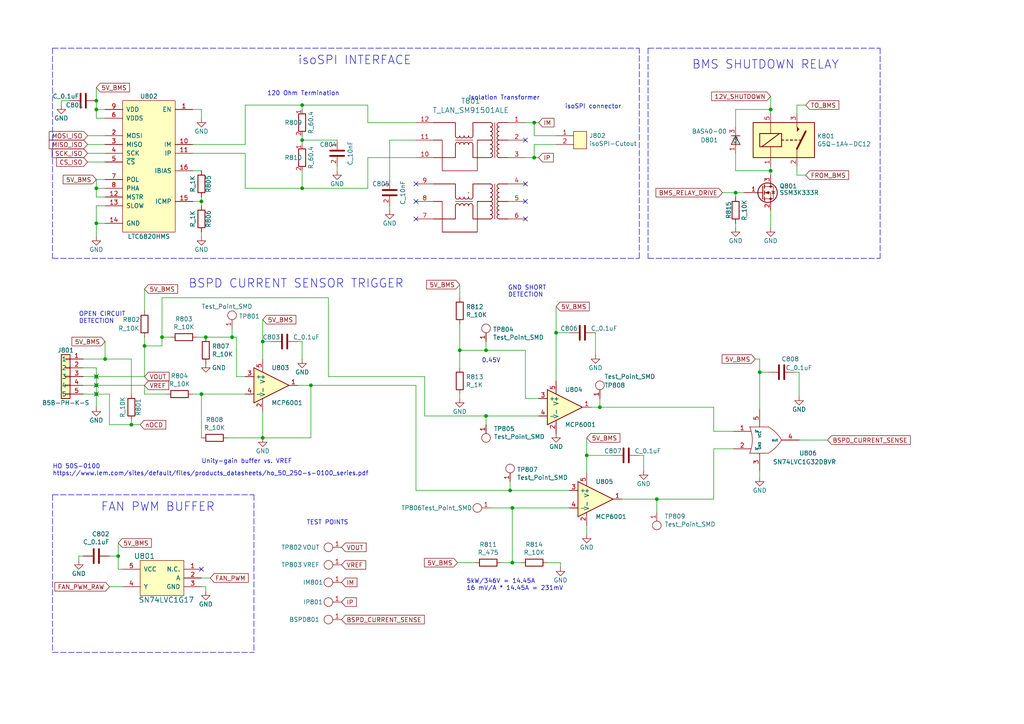
<source format=kicad_sch>
(kicad_sch (version 20211123) (generator eeschema)
  (paper "A4")
  (lib_symbols
    (symbol "formula:B5B-PH-K-S" (pin_names (offset 1.016))
      (property "Reference" "J" (at 0 8.89 0))
      (property "Value" "B5B-PH-K-S" (at 0 -6.35 0))
      (symbol "B5B-PH-K-S_1_1"
        (pin passive line (at -5.08 6.35 0) (length 3.81) (name "1") (number "1"))
        (pin passive line (at -5.08 3.81 0) (length 3.81) (name "2") (number "2"))
        (pin passive line (at -5.08 1.27 0) (length 3.81) (name "3") (number "3"))
        (pin passive line (at -5.08 -1.27 0) (length 3.81) (name "4") (number "4"))
        (pin passive line (at -5.08 -3.81 0) (length 3.81) (name "5") (number "5"))
      )
    )
    (symbol "formula:BAS40-00" (pin_names (offset 1.016))
      (property "Reference" "D" (at 0 2.54 0))
      (property "Value" "BAS40-00" (at 0 -2.54 0))
      (symbol "BAS40-00_1_1"
        (pin passive line (at 3.81 0 180) (length 2.54) (name "A") (number "1"))
        (pin passive line (at -3.81 0 0) (length 2.54) (name "K") (number "3"))
      )
    )
    (symbol "formula:C_0.1uF" (pin_numbers hide) (pin_names (offset 0.254))
      (property "Reference" "C" (at 0.635 2.54 0))
      (property "Value" "C_0.1uF" (at 0.635 -2.54 0))
      (symbol "C_0.1uF_1_1"
        (pin passive line (at 0 3.81 270) (length 2.794) (name "~") (number "1"))
        (pin passive line (at 0 -3.81 90) (length 2.794) (name "~") (number "2"))
      )
    )
    (symbol "formula:C_10nF" (pin_names (offset 1.016))
      (property "Reference" "C" (at -2.54 2.54 0))
      (property "Value" "C_10nF" (at 3.81 0 90))
      (symbol "C_10nF_1_1"
        (pin passive line (at 0 3.81 270) (length 2.794) (name "~") (number "1"))
        (pin passive line (at 0 -3.81 90) (length 2.794) (name "~") (number "2"))
      )
    )
    (symbol "formula:G5Q-1A4-DC12" (pin_names (offset 1.016))
      (property "Reference" "K" (at -1.27 12.7 0))
      (property "Value" "G5Q-1A4-DC12" (at 0 -10.16 0))
      (symbol "G5Q-1A4-DC12_1_1"
        (pin passive line (at -5.08 -7.62 90) (length 2.54) (name "~") (number "1"))
        (pin passive line (at 2.54 -7.62 90) (length 2.54) (name "~") (number "2"))
        (pin passive line (at 2.54 7.62 270) (length 2.54) (name "~") (number "3"))
        (pin passive line (at -5.08 7.62 270) (length 2.54) (name "~") (number "5"))
      )
    )
    (symbol "formula:LTC6820HMS" (pin_names (offset 1.016))
      (property "Reference" "U" (at 0 19.05 0))
      (property "Value" "LTC6820HMS" (at 0 -21.59 0))
      (property "MFN" "DK" (at 2.54 21.59 0))
      (property "MPN" "LTC6820HMS#TRPBFCT-ND" (at 5.08 24.13 0))
      (property "PurchasingLink" "https://www.digikey.com/product-detail/en/linear-technology-analog-devices/LTC6820HMS-TRPBF/LTC6820HMS-TRPBFCT-ND/8275338" (at 7.62 26.67 0))
      (symbol "LTC6820HMS_1_1"
        (pin input line (at 12.7 15.24 180) (length 5.08) (name "EN") (number "1"))
        (pin input line (at 12.7 5.08 180) (length 5.08) (name "IM") (number "10"))
        (pin input line (at 12.7 2.54 180) (length 5.08) (name "IP") (number "11"))
        (pin input line (at -12.7 -10.16 0) (length 5.08) (name "MSTR") (number "12"))
        (pin input line (at -12.7 -12.7 0) (length 5.08) (name "SLOW") (number "13"))
        (pin input line (at -12.7 -17.78 0) (length 5.08) (name "GND") (number "14"))
        (pin input line (at 12.7 -11.43 180) (length 5.08) (name "ICMP") (number "15"))
        (pin input line (at 12.7 -2.54 180) (length 5.08) (name "IBIAS") (number "16"))
        (pin input line (at -12.7 7.62 0) (length 5.08) (name "MOSI") (number "2"))
        (pin input line (at -12.7 5.08 0) (length 5.08) (name "MISO") (number "3"))
        (pin input line (at -12.7 2.54 0) (length 5.08) (name "SCK") (number "4"))
        (pin input line (at -12.7 0 0) (length 5.08) (name "~{CS}") (number "5"))
        (pin input line (at -12.7 12.7 0) (length 5.08) (name "VDDS") (number "6"))
        (pin input line (at -12.7 -5.08 0) (length 5.08) (name "POL") (number "7"))
        (pin input line (at -12.7 -7.62 0) (length 5.08) (name "PHA") (number "8"))
        (pin input line (at -12.7 15.24 0) (length 5.08) (name "VDD") (number "9"))
      )
    )
    (symbol "formula:MCP6001"
      (property "Reference" "U" (at 0 5.08 0))
      (property "Value" "MCP6001" (at 0 -5.08 0))
      (symbol "MCP6001_0_1"
        (pin power_in line (at -2.54 -7.62 90) (length 3.81) (name "V-") (number "2"))
        (pin power_in line (at -2.54 7.62 270) (length 3.81) (name "V+") (number "5"))
      )
      (symbol "MCP6001_1_1"
        (pin output line (at 7.62 0 180) (length 2.54) (name "~") (number "1"))
        (pin input line (at -7.62 2.54 0) (length 2.54) (name "+") (number "3"))
        (pin input line (at -7.62 -2.54 0) (length 2.54) (name "-") (number "4"))
      )
    )
    (symbol "formula:R_10K" (pin_numbers hide) (pin_names (offset 0))
      (property "Reference" "R" (at 2.032 0 90))
      (property "Value" "R_10K" (at -2.54 0 90))
      (symbol "R_10K_1_1"
        (pin passive line (at 0 3.81 270) (length 1.27) (name "~") (number "1"))
        (pin passive line (at 0 -3.81 90) (length 1.27) (name "~") (number "2"))
      )
    )
    (symbol "formula:R_1K" (pin_numbers hide) (pin_names (offset 0))
      (property "Reference" "R" (at 2.032 0 90))
      (property "Value" "R_1K" (at -2.54 0 90))
      (symbol "R_1K_1_1"
        (pin passive line (at 0 3.81 270) (length 1.27) (name "~") (number "1"))
        (pin passive line (at 0 -3.81 90) (length 1.27) (name "~") (number "2"))
      )
    )
    (symbol "formula:R_3.01K" (pin_numbers hide) (pin_names (offset 0))
      (property "Reference" "R" (at 2.032 0 90))
      (property "Value" "R_3.01K" (at -2.54 0 90))
      (symbol "R_3.01K_1_1"
        (pin passive line (at 0 3.81 270) (length 1.27) (name "~") (number "1"))
        (pin passive line (at 0 -3.81 90) (length 1.27) (name "~") (number "2"))
      )
    )
    (symbol "formula:R_475" (pin_numbers hide) (pin_names (offset 0))
      (property "Reference" "R" (at 2.032 0 90))
      (property "Value" "R_475" (at -2.54 0 90))
      (symbol "R_475_1_1"
        (pin passive line (at 0 3.81 270) (length 1.27) (name "~") (number "1"))
        (pin passive line (at 0 -3.81 90) (length 1.27) (name "~") (number "2"))
      )
    )
    (symbol "formula:R_60.4" (pin_names (offset 1.016))
      (property "Reference" "R" (at -2.54 0 0))
      (property "Value" "R_60.4" (at 2.54 0 90))
      (symbol "R_60.4_1_1"
        (pin passive line (at 0 3.81 270) (length 1.27) (name "~") (number "1"))
        (pin passive line (at 0 -3.81 90) (length 1.27) (name "~") (number "2"))
      )
    )
    (symbol "formula:SN74LVC1G17" (pin_names (offset 1.016))
      (property "Reference" "U" (at 10.16 2.54 0))
      (property "Value" "SN74LVC1G17" (at 16.51 -10.16 0))
      (symbol "SN74LVC1G17_1_1"
        (pin output line (at 26.67 -1.27 180) (length 5.08) (name "N.C.") (number "1"))
        (pin output line (at 26.67 -3.81 180) (length 5.08) (name "A") (number "2"))
        (pin output line (at 26.67 -6.35 180) (length 5.08) (name "GND") (number "3"))
        (pin input line (at 3.81 -6.35 0) (length 5.08) (name "Y") (number "4"))
        (pin input line (at 3.81 -1.27 0) (length 5.08) (name "VCC") (number "5"))
      )
    )
    (symbol "formula:SN74LVC1G32DBVR" (pin_names (offset 1.016))
      (property "Reference" "U" (at 0 11.43 0))
      (property "Value" "SN74LVC1G32DBVR" (at 0 16.51 0))
      (symbol "SN74LVC1G32DBVR_1_1"
        (pin bidirectional line (at -7.62 2.54 0) (length 5.08) (name "in") (number "1"))
        (pin bidirectional line (at -7.62 -2.54 0) (length 5.08) (name "in") (number "2"))
        (pin bidirectional line (at 0 -8.89 90) (length 5.08) (name "GND") (number "3"))
        (pin bidirectional line (at 11.43 0 180) (length 5.08) (name "out") (number "4"))
        (pin bidirectional line (at 0 8.89 270) (length 5.08) (name "VCC") (number "5"))
      )
    )
    (symbol "formula:SSM3K333R" (pin_names (offset 0) hide)
      (property "Reference" "Q" (at 5.08 1.905 0))
      (property "Value" "SSM3K333R" (at 5.08 0 0))
      (symbol "SSM3K333R_1_1"
        (pin input line (at -5.08 0 0) (length 5.334) (name "G") (number "1"))
        (pin passive line (at 2.54 -5.08 90) (length 2.54) (name "S") (number "2"))
        (pin passive line (at 2.54 5.08 270) (length 2.54) (name "D") (number "3"))
      )
    )
    (symbol "formula:T_LAN_SM91501ALE" (pin_names (offset 1.016))
      (property "Reference" "T" (at 12.7 26.67 0))
      (property "Value" "T_LAN_SM91501ALE" (at 24.13 -10.16 0))
      (symbol "T_LAN_SM91501ALE_1_1"
        (pin input line (at 6.35 24.13 0) (length 5.08) (name "~") (number "1"))
        (pin input line (at 38.1 13.97 180) (length 5.08) (name "~") (number "10"))
        (pin input line (at 38.1 19.05 180) (length 5.08) (name "~") (number "11"))
        (pin input line (at 38.1 24.13 180) (length 5.08) (name "~") (number "12"))
        (pin input line (at 6.35 19.05 0) (length 5.08) (name "~") (number "2"))
        (pin input line (at 6.35 13.97 0) (length 5.08) (name "~") (number "3"))
        (pin input line (at 6.35 6.35 0) (length 5.08) (name "~") (number "4"))
        (pin input line (at 6.35 1.27 0) (length 5.08) (name "~") (number "5"))
        (pin input line (at 6.35 -3.81 0) (length 5.08) (name "~") (number "6"))
        (pin input line (at 38.1 -3.81 180) (length 5.08) (name "~") (number "7"))
        (pin input line (at 38.1 1.27 180) (length 5.08) (name "~") (number "8"))
        (pin input line (at 38.1 6.35 180) (length 5.08) (name "~") (number "9"))
      )
    )
    (symbol "formula:Test_Point_SMD" (pin_names (offset 1.016))
      (property "Reference" "TP" (at 0 7.62 0))
      (property "Value" "Test_Point_SMD" (at 1.27 5.08 0))
      (symbol "Test_Point_SMD_1_1"
        (pin input line (at 0 -1.27 90) (length 2.54) (name "~") (number "1"))
      )
    )
    (symbol "formula:isoSPI-Cutout" (pin_names (offset 1.016))
      (property "Reference" "J" (at 1.27 5.08 0))
      (property "Value" "isoSPI-Cutout" (at 0 -5.08 0))
      (symbol "isoSPI-Cutout_1_1"
        (pin input line (at -3.81 1.27 0) (length 5.08) (name "~") (number "1"))
        (pin input line (at -3.81 -1.27 0) (length 5.08) (name "~") (number "2"))
      )
    )
    (symbol "power:GND" (power) (pin_names (offset 0))
      (property "Value" "power_GND" (at 0 -3.81 0))
      (symbol "GND_1_1"
        (pin power_in line (at 0 0 270) (length 0) hide (name "GND") (number "1"))
      )
    )
  )
  (junction (at 220.345 107.95))
  (junction (at 87.63 54.61))
  (junction (at 148.59 163.195))
  (junction (at 76.2 99.06))
  (junction (at 34.29 161.29))
  (junction (at 58.42 58.42))
  (junction (at 27.94 114.3))
  (junction (at 46.99 97.79))
  (junction (at 41.91 100.33))
  (junction (at 59.69 97.79))
  (junction (at 154.94 45.72))
  (junction (at 190.5 144.78))
  (junction (at 133.35 101.6))
  (junction (at 140.97 101.6))
  (junction (at 148.59 147.32))
  (junction (at 27.94 64.77))
  (junction (at 170.18 132.08))
  (junction (at 58.42 114.3))
  (junction (at 27.94 31.75))
  (junction (at 161.29 96.52))
  (junction (at 90.17 111.76))
  (junction (at 147.955 142.24))
  (junction (at 27.94 109.22))
  (junction (at 223.52 31.75))
  (junction (at 173.99 118.11))
  (junction (at 38.1 123.19))
  (junction (at 76.2 127))
  (junction (at 140.97 120.65))
  (junction (at 30.48 104.14))
  (junction (at 27.94 111.76))
  (junction (at 27.94 54.61))
  (junction (at 87.63 30.48))
  (junction (at 213.36 55.88))
  (junction (at 223.52 49.53))
  (junction (at 27.94 29.21))
  (junction (at 87.63 40.64))
  (junction (at 154.94 35.56))
  (junction (at 67.31 97.79))
  (no_connect (at 152.4 58.42))
  (no_connect (at 120.65 53.34))
  (no_connect (at 120.65 63.5))
  (no_connect (at 152.4 40.64))
  (no_connect (at 152.4 53.34))
  (no_connect (at 58.42 165.1))
  (no_connect (at 27.94 114.3))
  (no_connect (at 27.94 111.76))
  (no_connect (at 152.4 63.5))
  (no_connect (at 27.94 109.22))
  (no_connect (at 120.65 58.42))
  (wire (pts (xy 97.79 48.26) (xy 97.79 49.53)))
  (wire (pts (xy 113.03 59.69) (xy 113.03 60.96)))
  (wire (pts (xy 87.63 49.53) (xy 87.63 54.61)))
  (wire (pts (xy 140.97 101.6) (xy 152.4 101.6)))
  (wire (pts (xy 76.2 104.14) (xy 76.2 99.06)))
  (wire (pts (xy 24.13 109.22) (xy 27.94 109.22)))
  (wire (pts (xy 78.74 99.06) (xy 76.2 99.06)))
  (wire (pts (xy 38.1 104.14) (xy 30.48 104.14)))
  (wire (pts (xy 58.42 67.31) (xy 58.42 68.58)))
  (wire (pts (xy 231.775 127.635) (xy 240.03 127.635)))
  (wire (pts (xy 95.25 86.36) (xy 95.25 109.22)))
  (wire (pts (xy 27.94 111.76) (xy 41.91 111.76)))
  (wire (pts (xy 30.48 39.37) (xy 25.4 39.37)))
  (wire (pts (xy 223.52 27.94) (xy 223.52 31.75)))
  (wire (pts (xy 133.35 101.6) (xy 133.35 106.68)))
  (wire (pts (xy 123.19 120.65) (xy 140.97 120.65)))
  (wire (pts (xy 24.13 104.14) (xy 30.48 104.14)))
  (wire (pts (xy 38.1 123.19) (xy 40.64 123.19)))
  (wire (pts (xy 30.48 52.07) (xy 27.94 52.07)))
  (wire (pts (xy 41.91 114.3) (xy 41.91 111.76)))
  (wire (pts (xy 27.94 111.76) (xy 27.94 114.3)))
  (wire (pts (xy 38.1 121.92) (xy 38.1 123.19)))
  (wire (pts (xy 67.31 97.79) (xy 68.58 97.79)))
  (wire (pts (xy 231.14 48.26) (xy 231.14 50.8)))
  (wire (pts (xy 27.94 54.61) (xy 27.94 52.07)))
  (wire (pts (xy 87.63 99.06) (xy 87.63 104.14)))
  (wire (pts (xy 173.99 118.11) (xy 207.01 118.11)))
  (wire (pts (xy 27.94 34.29) (xy 27.94 31.75)))
  (wire (pts (xy 148.59 147.32) (xy 148.59 163.195)))
  (wire (pts (xy 71.12 44.45) (xy 55.88 44.45)))
  (wire (pts (xy 41.91 100.33) (xy 46.99 100.33)))
  (wire (pts (xy 186.69 136.525) (xy 186.69 132.08)))
  (wire (pts (xy 156.21 35.56) (xy 154.94 35.56)))
  (wire (pts (xy 59.69 171.45) (xy 59.69 170.18)))
  (wire (pts (xy 46.99 97.79) (xy 46.99 100.33)))
  (wire (pts (xy 213.36 64.77) (xy 213.36 66.04)))
  (wire (pts (xy 120.65 40.64) (xy 113.03 40.64)))
  (wire (pts (xy 133.35 93.98) (xy 133.35 101.6)))
  (wire (pts (xy 27.94 57.15) (xy 27.94 54.61)))
  (wire (pts (xy 154.94 45.72) (xy 154.94 41.91)))
  (wire (pts (xy 76.2 119.38) (xy 76.2 127)))
  (wire (pts (xy 180.34 144.78) (xy 190.5 144.78)))
  (wire (pts (xy 106.68 45.72) (xy 120.65 45.72)))
  (wire (pts (xy 148.59 163.195) (xy 151.13 163.195)))
  (polyline (pts (xy 15.24 189.23) (xy 73.66 189.23)))
  (wire (pts (xy 140.97 99.06) (xy 140.97 101.6)))
  (wire (pts (xy 55.88 114.3) (xy 58.42 114.3)))
  (wire (pts (xy 140.97 120.65) (xy 156.21 120.65)))
  (wire (pts (xy 223.52 48.26) (xy 223.52 49.53)))
  (wire (pts (xy 71.12 54.61) (xy 71.12 44.45)))
  (wire (pts (xy 213.36 55.88) (xy 215.9 55.88)))
  (wire (pts (xy 154.94 35.56) (xy 152.4 35.56)))
  (wire (pts (xy 27.94 31.75) (xy 27.94 29.21)))
  (wire (pts (xy 87.63 39.37) (xy 87.63 40.64)))
  (wire (pts (xy 58.42 58.42) (xy 55.88 58.42)))
  (wire (pts (xy 24.13 106.68) (xy 27.94 106.68)))
  (wire (pts (xy 41.91 100.33) (xy 41.91 109.22)))
  (wire (pts (xy 76.2 127) (xy 90.17 127)))
  (wire (pts (xy 27.94 114.3) (xy 31.75 114.3)))
  (wire (pts (xy 58.42 34.29) (xy 58.42 31.75)))
  (wire (pts (xy 68.58 97.79) (xy 68.58 109.22)))
  (wire (pts (xy 133.35 114.3) (xy 133.35 115.57)))
  (wire (pts (xy 162.56 163.195) (xy 158.75 163.195)))
  (wire (pts (xy 34.29 161.29) (xy 31.75 161.29)))
  (wire (pts (xy 27.94 109.22) (xy 41.91 109.22)))
  (wire (pts (xy 24.13 161.29) (xy 22.86 161.29)))
  (wire (pts (xy 147.955 142.24) (xy 165.1 142.24)))
  (wire (pts (xy 152.4 115.57) (xy 156.21 115.57)))
  (wire (pts (xy 223.52 31.75) (xy 213.36 31.75)))
  (wire (pts (xy 154.94 35.56) (xy 154.94 39.37)))
  (wire (pts (xy 213.36 44.45) (xy 213.36 49.53)))
  (wire (pts (xy 190.5 144.78) (xy 207.01 144.78)))
  (polyline (pts (xy 15.24 13.97) (xy 185.42 13.97)))
  (wire (pts (xy 207.01 125.095) (xy 212.725 125.095)))
  (wire (pts (xy 27.94 114.3) (xy 27.94 118.11)))
  (wire (pts (xy 190.5 144.78) (xy 190.5 148.59)))
  (wire (pts (xy 59.69 97.79) (xy 67.31 97.79)))
  (polyline (pts (xy 187.96 13.97) (xy 255.27 13.97)))
  (polyline (pts (xy 185.42 74.93) (xy 185.42 13.97)))
  (wire (pts (xy 30.48 34.29) (xy 27.94 34.29)))
  (wire (pts (xy 68.58 109.22) (xy 71.12 109.22)))
  (wire (pts (xy 87.63 40.64) (xy 87.63 41.91)))
  (wire (pts (xy 223.52 33.02) (xy 223.52 31.75)))
  (wire (pts (xy 207.01 118.11) (xy 207.01 125.095)))
  (wire (pts (xy 66.04 127) (xy 76.2 127)))
  (wire (pts (xy 31.75 123.19) (xy 38.1 123.19)))
  (wire (pts (xy 71.12 41.91) (xy 71.12 30.48)))
  (wire (pts (xy 132.715 163.195) (xy 137.795 163.195)))
  (wire (pts (xy 171.45 118.11) (xy 173.99 118.11)))
  (wire (pts (xy 46.99 97.79) (xy 46.99 86.36)))
  (wire (pts (xy 58.42 59.69) (xy 58.42 58.42)))
  (wire (pts (xy 41.91 97.79) (xy 41.91 100.33)))
  (wire (pts (xy 58.42 167.64) (xy 60.96 167.64)))
  (wire (pts (xy 27.94 106.68) (xy 27.94 109.22)))
  (wire (pts (xy 46.99 86.36) (xy 95.25 86.36)))
  (wire (pts (xy 165.1 147.32) (xy 148.59 147.32)))
  (wire (pts (xy 148.59 147.32) (xy 142.24 147.32)))
  (polyline (pts (xy 187.96 74.93) (xy 255.27 74.93)))
  (wire (pts (xy 154.94 45.72) (xy 152.4 45.72)))
  (wire (pts (xy 49.53 97.79) (xy 46.99 97.79)))
  (wire (pts (xy 30.48 57.15) (xy 27.94 57.15)))
  (wire (pts (xy 17.78 29.21) (xy 17.78 30.48)))
  (wire (pts (xy 27.94 25.4) (xy 27.94 29.21)))
  (wire (pts (xy 27.94 109.22) (xy 27.94 111.76)))
  (wire (pts (xy 90.17 111.76) (xy 120.65 111.76)))
  (wire (pts (xy 27.94 59.69) (xy 27.94 64.77)))
  (polyline (pts (xy 187.96 13.97) (xy 187.96 74.93)))
  (wire (pts (xy 186.69 132.08) (xy 185.42 132.08)))
  (wire (pts (xy 140.97 120.65) (xy 140.97 123.19)))
  (polyline (pts (xy 15.24 143.51) (xy 15.24 189.23)))
  (wire (pts (xy 162.56 164.465) (xy 162.56 163.195)))
  (wire (pts (xy 106.68 35.56) (xy 120.65 35.56)))
  (polyline (pts (xy 15.24 13.97) (xy 15.24 74.93)))
  (wire (pts (xy 58.42 31.75) (xy 55.88 31.75)))
  (wire (pts (xy 30.48 59.69) (xy 27.94 59.69)))
  (wire (pts (xy 165.1 96.52) (xy 161.29 96.52)))
  (wire (pts (xy 172.72 96.52) (xy 172.72 102.87)))
  (wire (pts (xy 161.29 88.9) (xy 161.29 96.52)))
  (wire (pts (xy 220.345 104.14) (xy 219.075 104.14)))
  (wire (pts (xy 27.94 64.77) (xy 27.94 68.58)))
  (polyline (pts (xy 15.24 143.51) (xy 73.66 143.51)))
  (wire (pts (xy 87.63 40.64) (xy 97.79 40.64)))
  (wire (pts (xy 86.36 99.06) (xy 87.63 99.06)))
  (wire (pts (xy 87.63 54.61) (xy 106.68 54.61)))
  (wire (pts (xy 90.17 127) (xy 90.17 111.76)))
  (wire (pts (xy 95.25 109.22) (xy 123.19 109.22)))
  (wire (pts (xy 58.42 49.53) (xy 55.88 49.53)))
  (wire (pts (xy 123.19 109.22) (xy 123.19 120.65)))
  (wire (pts (xy 67.31 95.25) (xy 67.31 97.79)))
  (wire (pts (xy 34.29 161.29) (xy 34.29 165.1)))
  (wire (pts (xy 120.65 142.24) (xy 147.955 142.24)))
  (wire (pts (xy 133.35 101.6) (xy 140.97 101.6)))
  (wire (pts (xy 161.29 96.52) (xy 161.29 110.49)))
  (wire (pts (xy 170.18 137.16) (xy 170.18 132.08)))
  (wire (pts (xy 106.68 30.48) (xy 87.63 30.48)))
  (wire (pts (xy 120.65 111.76) (xy 120.65 142.24)))
  (wire (pts (xy 30.48 99.06) (xy 30.48 104.14)))
  (wire (pts (xy 220.345 107.95) (xy 222.885 107.95)))
  (wire (pts (xy 207.01 144.78) (xy 207.01 130.175)))
  (wire (pts (xy 170.18 152.4) (xy 170.18 154.94)))
  (wire (pts (xy 113.03 40.64) (xy 113.03 52.07)))
  (wire (pts (xy 152.4 101.6) (xy 152.4 115.57)))
  (wire (pts (xy 147.955 139.7) (xy 147.955 142.24)))
  (wire (pts (xy 87.63 54.61) (xy 71.12 54.61)))
  (wire (pts (xy 31.75 114.3) (xy 31.75 123.19)))
  (wire (pts (xy 20.32 29.21) (xy 17.78 29.21)))
  (wire (pts (xy 213.36 55.88) (xy 213.36 57.15)))
  (wire (pts (xy 106.68 35.56) (xy 106.68 30.48)))
  (wire (pts (xy 59.69 170.18) (xy 58.42 170.18)))
  (wire (pts (xy 30.48 64.77) (xy 27.94 64.77)))
  (wire (pts (xy 220.345 107.95) (xy 220.345 104.14)))
  (wire (pts (xy 220.345 136.525) (xy 220.345 138.43)))
  (wire (pts (xy 30.48 31.75) (xy 27.94 31.75)))
  (wire (pts (xy 34.29 165.1) (xy 35.56 165.1)))
  (wire (pts (xy 71.12 30.48) (xy 87.63 30.48)))
  (wire (pts (xy 76.2 92.71) (xy 76.2 99.06)))
  (wire (pts (xy 30.48 54.61) (xy 27.94 54.61)))
  (wire (pts (xy 41.91 114.3) (xy 48.26 114.3)))
  (wire (pts (xy 58.42 58.42) (xy 58.42 57.15)))
  (polyline (pts (xy 255.27 13.97) (xy 255.27 74.93)))
  (wire (pts (xy 41.91 83.82) (xy 41.91 90.17)))
  (wire (pts (xy 55.88 41.91) (xy 71.12 41.91)))
  (wire (pts (xy 58.42 114.3) (xy 71.12 114.3)))
  (wire (pts (xy 24.13 111.76) (xy 27.94 111.76)))
  (wire (pts (xy 154.94 39.37) (xy 161.29 39.37)))
  (wire (pts (xy 230.505 107.95) (xy 231.775 107.95)))
  (wire (pts (xy 154.94 41.91) (xy 161.29 41.91)))
  (wire (pts (xy 34.29 157.48) (xy 34.29 161.29)))
  (wire (pts (xy 177.8 132.08) (xy 170.18 132.08)))
  (wire (pts (xy 231.14 33.02) (xy 231.14 30.48)))
  (wire (pts (xy 231.775 107.95) (xy 231.775 114.935)))
  (wire (pts (xy 170.18 127) (xy 170.18 132.08)))
  (wire (pts (xy 212.725 130.175) (xy 207.01 130.175)))
  (wire (pts (xy 145.415 163.195) (xy 148.59 163.195)))
  (wire (pts (xy 24.13 114.3) (xy 27.94 114.3)))
  (polyline (pts (xy 15.24 74.93) (xy 185.42 74.93)))
  (wire (pts (xy 223.52 60.96) (xy 223.52 66.04)))
  (wire (pts (xy 31.75 170.18) (xy 35.56 170.18)))
  (wire (pts (xy 30.48 44.45) (xy 25.4 44.45)))
  (wire (pts (xy 87.63 30.48) (xy 87.63 31.75)))
  (wire (pts (xy 30.48 41.91) (xy 25.4 41.91)))
  (wire (pts (xy 156.21 45.72) (xy 154.94 45.72)))
  (wire (pts (xy 133.35 82.55) (xy 133.35 86.36)))
  (wire (pts (xy 223.52 49.53) (xy 223.52 50.8)))
  (wire (pts (xy 22.86 161.29) (xy 22.86 162.56)))
  (wire (pts (xy 213.36 31.75) (xy 213.36 36.83)))
  (wire (pts (xy 106.68 54.61) (xy 106.68 45.72)))
  (wire (pts (xy 213.36 49.53) (xy 223.52 49.53)))
  (wire (pts (xy 231.14 50.8) (xy 233.68 50.8)))
  (wire (pts (xy 57.15 97.79) (xy 59.69 97.79)))
  (wire (pts (xy 220.345 118.745) (xy 220.345 107.95)))
  (wire (pts (xy 38.1 114.3) (xy 38.1 104.14)))
  (polyline (pts (xy 73.66 143.51) (xy 73.66 189.23)))
  (wire (pts (xy 86.36 111.76) (xy 90.17 111.76)))
  (wire (pts (xy 58.42 114.3) (xy 58.42 127)))
  (wire (pts (xy 231.14 30.48) (xy 233.68 30.48)))
  (wire (pts (xy 213.36 55.88) (xy 209.55 55.88)))
  (wire (pts (xy 173.99 115.57) (xy 173.99 118.11)))
  (wire (pts (xy 25.4 46.99) (xy 30.48 46.99)))
  (text "5kW/346V = 14.45A\n16 mV/A * 14.45A = 231mV\n" (at 135.255 171.45 0) (effects (font (size 1.27 1.27)) (justify left bottom)))
  (text "isoSPI connector" (at 163.83 31.75 0) (effects (font (size 1.27 1.27)) (justify left bottom)))
  (text "TEST POINTS" (at 88.9 152.4 0) (effects (font (size 1.27 1.27)) (justify left bottom)))
  (text "Isolation Transformer" (at 135.89 29.21 0) (effects (font (size 1.27 1.27)) (justify left bottom)))
  (text "HO 50S-0100\nhttps://www.lem.com/sites/default/files/products_datasheets/ho_50_250-s-0100_series.pdf" (at 15.24 138.176 0) (effects (font (size 1.27 1.27)) (justify left bottom)))
  (text "BMS SHUTDOWN RELAY" (at 200.66 20.32 0) (effects (font (size 2.4892 2.4892)) (justify left bottom)))
  (text "GND SHORT\nDETECTION" (at 147.32 86.36 0) (effects (font (size 1.27 1.27)) (justify left bottom)))
  (text "120 Ohm Termination" (at 77.47 27.94 0) (effects (font (size 1.27 1.27)) (justify left bottom)))
  (text "OPEN CIRCUIT\nDETECTION" (at 22.86 93.98 0) (effects (font (size 1.27 1.27)) (justify left bottom)))
  (text "0.45V" (at 139.7 105.41 0) (effects (font (size 1.27 1.27)) (justify left bottom)))
  (text "FAN PWM BUFFER" (at 29.21 148.59 0) (effects (font (size 2.4892 2.4892)) (justify left bottom)))
  (text "Unity-gain buffer vs. VREF" (at 58.42 134.62 0) (effects (font (size 1.27 1.27)) (justify left bottom)))
  (text "BSPD CURRENT SENSOR TRIGGER" (at 54.61 83.82 0) (effects (font (size 2.4892 2.4892)) (justify left bottom)))
  (text "isoSPI INTERFACE" (at 86.36 19.05 0) (effects (font (size 2.4892 2.4892)) (justify left bottom)))
  (global_label "5V_BMS" (shape input) (at 132.715 163.195 180) (property "Intersheet References" "${INTERSHEET_REFS}" (effects hide)))
  (global_label "IM" (shape input) (at 99.06 168.91 0) (property "Intersheet References" "${INTERSHEET_REFS}" (effects hide)))
  (global_label "MISO_ISO" (shape input) (at 25.4 41.91 180) (property "Intersheet References" "${INTERSHEET_REFS}" (effects hide)))
  (global_label "5V_BMS" (shape input) (at 30.48 99.06 180) (property "Intersheet References" "${INTERSHEET_REFS}" (effects hide)))
  (global_label "BMS_RELAY_DRIVE" (shape input) (at 209.55 55.88 180) (property "Intersheet References" "${INTERSHEET_REFS}" (effects hide)))
  (global_label "5V_BMS" (shape input) (at 161.29 88.9 0) (property "Intersheet References" "${INTERSHEET_REFS}" (effects hide)))
  (global_label "5V_BMS" (shape input) (at 219.075 104.14 180) (property "Intersheet References" "${INTERSHEET_REFS}" (effects hide)))
  (global_label "5V_BMS" (shape input) (at 133.35 82.55 180) (property "Intersheet References" "${INTERSHEET_REFS}" (effects hide)))
  (global_label "12V_SHUTDOWN" (shape input) (at 223.52 27.94 180) (property "Intersheet References" "${INTERSHEET_REFS}" (effects hide)))
  (global_label "5V_BMS" (shape input) (at 27.94 52.07 180) (property "Intersheet References" "${INTERSHEET_REFS}" (effects hide)))
  (global_label "CS_ISO" (shape input) (at 25.4 46.99 180) (property "Intersheet References" "${INTERSHEET_REFS}" (effects hide)))
  (global_label "BSPD_CURRENT_SENSE" (shape input) (at 240.03 127.635 0) (property "Intersheet References" "${INTERSHEET_REFS}" (effects hide)))
  (global_label "VOUT" (shape input) (at 99.06 158.75 0) (property "Intersheet References" "${INTERSHEET_REFS}" (effects hide)))
  (global_label "TO_BMS" (shape input) (at 233.68 30.48 0) (property "Intersheet References" "${INTERSHEET_REFS}" (effects hide)))
  (global_label "MOSI_ISO" (shape input) (at 25.4 39.37 180) (property "Intersheet References" "${INTERSHEET_REFS}" (effects hide)))
  (global_label "nOCD" (shape input) (at 40.64 123.19 0) (property "Intersheet References" "${INTERSHEET_REFS}" (effects hide)))
  (global_label "5V_BMS" (shape input) (at 41.91 83.82 0) (property "Intersheet References" "${INTERSHEET_REFS}" (effects hide)))
  (global_label "5V_BMS" (shape input) (at 76.2 92.71 0) (property "Intersheet References" "${INTERSHEET_REFS}" (effects hide)))
  (global_label "IP" (shape input) (at 99.06 174.625 0) (property "Intersheet References" "${INTERSHEET_REFS}" (effects hide)))
  (global_label "5V_BMS" (shape input) (at 170.18 127 0) (property "Intersheet References" "${INTERSHEET_REFS}" (effects hide)))
  (global_label "5V_BMS" (shape input) (at 27.94 25.4 0) (property "Intersheet References" "${INTERSHEET_REFS}" (effects hide)))
  (global_label "VREF" (shape input) (at 41.91 111.76 0) (property "Intersheet References" "${INTERSHEET_REFS}" (effects hide)))
  (global_label "FROM_BMS" (shape input) (at 233.68 50.8 0) (property "Intersheet References" "${INTERSHEET_REFS}" (effects hide)))
  (global_label "IM" (shape input) (at 156.21 35.56 0) (property "Intersheet References" "${INTERSHEET_REFS}" (effects hide)))
  (global_label "VOUT" (shape input) (at 41.91 109.22 0) (property "Intersheet References" "${INTERSHEET_REFS}" (effects hide)))
  (global_label "SCK_ISO" (shape input) (at 25.4 44.45 180) (property "Intersheet References" "${INTERSHEET_REFS}" (effects hide)))
  (global_label "VREF" (shape input) (at 99.06 163.83 0) (property "Intersheet References" "${INTERSHEET_REFS}" (effects hide)))
  (global_label "FAN_PWM" (shape input) (at 60.96 167.64 0) (property "Intersheet References" "${INTERSHEET_REFS}" (effects hide)))
  (global_label "5V_BMS" (shape input) (at 34.29 157.48 0) (property "Intersheet References" "${INTERSHEET_REFS}" (effects hide)))
  (global_label "FAN_PWM_RAW" (shape input) (at 31.75 170.18 180) (property "Intersheet References" "${INTERSHEET_REFS}" (effects hide)))
  (global_label "BSPD_CURRENT_SENSE" (shape input) (at 99.06 179.705 0) (property "Intersheet References" "${INTERSHEET_REFS}" (effects hide)))
  (global_label "IP" (shape input) (at 156.21 45.72 0) (property "Intersheet References" "${INTERSHEET_REFS}" (effects hide)))
  (symbol (lib_id "formula:R_60.4") (at 87.63 35.56 0)
    (property "Reference" "R809" (at 85.09 35.56 0))
    (property "Value" "R_60.4" (at 90.17 35.56 90))
    (property "Footprint" "footprints:R_0805_OEM" (effects hide))
    (property "Datasheet" "https://industrial.panasonic.com/cdbs/www-data/pdf/RDM0000/AOA0000C307.pdf" (effects hide))
    (property "MFN" "DK" (effects hide))
    (property "MPN" "P60.4DACT-ND" (effects hide))
    (property "PurchasingLink" "https://www.digikey.com/product-detail/en/panasonic-electronic-components/ERA-6AEB60R4V/P60.4DACT-ND/3075204" (effects hide))
  )
  (symbol (lib_id "formula:R_60.4") (at 87.63 45.72 0)
    (property "Reference" "R810" (at 85.09 45.72 0))
    (property "Value" "R_60.4" (at 90.17 45.72 90))
    (property "Footprint" "footprints:R_0805_OEM" (effects hide))
    (property "Datasheet" "https://industrial.panasonic.com/cdbs/www-data/pdf/RDM0000/AOA0000C307.pdf" (effects hide))
    (property "MFN" "DK" (effects hide))
    (property "MPN" "P60.4DACT-ND" (effects hide))
    (property "PurchasingLink" "https://www.digikey.com/product-detail/en/panasonic-electronic-components/ERA-6AEB60R4V/P60.4DACT-ND/3075204" (effects hide))
  )
  (symbol (lib_id "power:GND") (at 113.03 60.96 0)
    (property "Reference" "#PWR?" (effects hide))
    (property "Value" "GND" (at 113.03 64.77 0))
  )
  (symbol (lib_id "power:GND") (at 97.79 49.53 0)
    (property "Reference" "#PWR?" (effects hide))
    (property "Value" "GND" (at 97.79 53.34 0))
  )
  (symbol (lib_id "power:GND") (at 27.94 68.58 0)
    (property "Reference" "#PWR?" (effects hide))
    (property "Value" "GND" (at 27.94 72.39 0))
  )
  (symbol (lib_id "power:GND") (at 58.42 34.29 0)
    (property "Reference" "#PWR?" (effects hide))
    (property "Value" "GND" (at 58.42 38.1 0))
  )
  (symbol (lib_id "formula:R_3.01K") (at 58.42 53.34 0)
    (property "Reference" "R805" (at 60.452 53.34 90))
    (property "Value" "R_1K" (at 55.88 53.34 90))
    (property "Footprint" "footprints:R_0805_OEM" (effects hide))
    (property "Datasheet" "http://www.yageo.com.tw/exep/pages/download/literatures/PYu-R_INT-thick_7.pdf" (effects hide))
    (property "MFN" "DK" (effects hide))
    (property "MPN" "311-3.01KCRCT-ND" (effects hide))
    (property "PurchasingLink" "https://www.digikey.com/products/en?keywords=311-3.01KCRCT-ND" (effects hide))
  )
  (symbol (lib_id "formula:R_1K") (at 58.42 63.5 0)
    (property "Reference" "R806" (at 60.452 63.5 90))
    (property "Value" "R_1K" (at 55.88 63.5 90))
    (property "Footprint" "footprints:R_0805_OEM" (effects hide))
    (property "Datasheet" "https://www.seielect.com/Catalog/SEI-rncp.pdf" (effects hide))
    (property "MFN" "DK" (effects hide))
    (property "MPN" "RNCP0805FTD1K00CT-ND" (effects hide))
    (property "PurchasingLink" "https://www.digikey.com/products/en?keywords=RNCP0805FTD1K00CT-ND" (effects hide))
  )
  (symbol (lib_id "power:GND") (at 58.42 68.58 0)
    (property "Reference" "#PWR?" (effects hide))
    (property "Value" "GND" (at 58.42 72.39 0))
  )
  (symbol (lib_id "formula:LTC6820HMS") (at 43.18 46.99 0)
    (property "Reference" "U802" (at 43.18 27.94 0))
    (property "Value" "LTC6820HMS" (at 43.18 68.58 0))
    (property "Footprint" "Package_SO:MSOP-16_3x4mm_P0.5mm" (effects hide))
    (property "Datasheet" "https://www.analog.com/media/en/technical-documentation/data-sheets/6820fb.pdf" (effects hide))
    (property "MFN" "DK" (effects hide))
    (property "MPN" "LTC6820HMS#TRPBFCT-ND" (effects hide))
    (property "PurchasingLink" "https://www.digikey.com/product-detail/en/linear-technology-analog-devices/LTC6820HMS-TRPBF/LTC6820HMS-TRPBFCT-ND/8275338" (effects hide))
  )
  (symbol (lib_id "formula:C_10nF") (at 97.79 44.45 0)
    (property "Reference" "C804" (at 95.25 41.91 0))
    (property "Value" "C_10nF" (at 101.6 44.45 90))
    (property "Footprint" "footprints:C_0805_OEM" (effects hide))
    (property "Datasheet" "http://www.samsungsem.com/kr/support/product-search/mlcc/__icsFiles/afieldfile/2018/07/23/CL21B103KBANNNC.pdf" (effects hide))
    (property "MFN" "DK" (effects hide))
    (property "MPN" "1276-1015-1-ND" (effects hide))
    (property "PurchasingLink" "https://www.digikey.com/product-detail/en/samsung-electro-mechanics/CL21B103KBANNNC/1276-1015-1-ND/3889101" (effects hide))
  )
  (symbol (lib_id "formula:C_10nF") (at 113.03 55.88 0)
    (property "Reference" "C805" (at 110.49 53.34 0))
    (property "Value" "C_10nF" (at 116.84 55.88 90))
    (property "Footprint" "footprints:C_0805_OEM" (effects hide))
    (property "Datasheet" "http://www.samsungsem.com/kr/support/product-search/mlcc/__icsFiles/afieldfile/2018/07/23/CL21B103KBANNNC.pdf" (effects hide))
    (property "MFN" "DK" (effects hide))
    (property "MPN" "1276-1015-1-ND" (effects hide))
    (property "PurchasingLink" "https://www.digikey.com/product-detail/en/samsung-electro-mechanics/CL21B103KBANNNC/1276-1015-1-ND/3889101" (effects hide))
  )
  (symbol (lib_id "formula:C_0.1uF") (at 24.13 29.21 270) (mirror x)
    (property "Reference" "C801" (at 19.05 30.48 90) (effects (justify left)))
    (property "Value" "C_0.1uF" (at 15.24 27.94 90) (effects (justify left)))
    (property "Footprint" "footprints:C_0805_OEM" (effects hide))
    (property "Datasheet" "http://datasheets.avx.com/X7RDielectric.pdf" (effects hide))
    (property "MPN" "478-3352-1-ND" (effects hide))
    (property "MFN" "Digi-Key" (effects hide))
    (property "Package" "Value" (effects hide))
    (property "PurchasingLink" "https://www.digikey.com/products/en?keywords=478-3352-1-ND" (effects hide))
  )
  (symbol (lib_id "power:GND") (at 17.78 30.48 0) (mirror y)
    (property "Reference" "#PWR?" (effects hide))
    (property "Value" "GND" (at 17.78 34.29 0))
  )
  (symbol (lib_id "formula:T_LAN_SM91501ALE") (at 158.75 59.69 0) (mirror y) (unit 1)
    (property "Reference" "T801" (at 136.525 29.2862 0) (effects (font (size 1.524 1.524))))
    (property "Value" "T_LAN_SM91501ALE" (at 136.525 31.9786 0) (effects (font (size 1.524 1.524))))
    (property "Footprint" "footprints:T_LAN_SM91501ALE" (effects hide))
    (property "Datasheet" "https://www.mouser.com/datasheet/2/54/sm91501al-1488891.pdf" (effects hide))
    (property "MFN" "DK" (effects hide))
    (property "MPN" "SM91501ALE" (effects hide))
    (property "PurchasingLink" "https://www.digikey.si/product-detail/en/bourns-inc/SM91501ALE/SM91501ALETR-ND/9650127" (effects hide))
  )
  (symbol (lib_id "formula:SN74LVC1G32DBVR") (at 220.345 127.635 0) (unit 1)
    (property "Reference" "U806" (at 231.775 131.445 0) (effects (justify left)))
    (property "Value" "SN74LVC1G32DBVR" (at 224.155 133.985 0) (effects (justify left)))
    (property "Footprint" "footprints:SOT-23-5_OEM" (effects hide))
    (property "Datasheet" "http://www.ti.com/lit/ds/symlink/sn74lvc1g32.pdf" (effects hide))
    (property "MFN" "DK" (effects hide))
    (property "MPN" "296-9847-1-ND" (effects hide))
    (property "PurchasingLink" "https://www.digikey.com/product-detail/en/texas-instruments/SN74LVC1G32DBVR/296-9847-1-ND/380102" (effects hide))
  )
  (symbol (lib_id "formula:SN74LVC1G17") (at 31.75 163.83 0)
    (property "Reference" "U801" (at 41.91 161.29 0) (effects (font (size 1.524 1.524))))
    (property "Value" "SN74LVC1G17" (at 48.26 173.99 0) (effects (font (size 1.524 1.524))))
    (property "Footprint" "Package_TO_SOT_SMD:SOT-23-5" (effects hide))
    (property "Datasheet" "http://www.ti.com/lit/ds/symlink/sn74lvc1g17.pdf" (effects hide))
    (property "MFN" "DK" (effects hide))
    (property "MPN" "296-11933-1-ND" (effects hide))
    (property "PurchasingLink" "https://www.digikey.com/product-detail/en/texas-instruments/SN74LVC1G17DBVR/296-11933-1-ND/389050" (effects hide))
  )
  (symbol (lib_id "power:GND") (at 59.69 171.45 0)
    (property "Reference" "#PWR?" (effects hide))
    (property "Value" "GND" (at 59.69 175.26 0))
  )
  (symbol (lib_id "power:GND") (at 22.86 162.56 0)
    (property "Reference" "#PWR?" (effects hide))
    (property "Value" "GND" (at 22.86 166.37 0))
  )
  (symbol (lib_id "formula:C_0.1uF") (at 27.94 161.29 90)
    (property "Reference" "C802" (at 31.7754 154.8892 90) (effects (justify left)))
    (property "Value" "C_0.1uF" (at 31.7754 157.2006 90) (effects (justify left)))
    (property "Footprint" "footprints:C_0805_OEM" (effects hide))
    (property "Datasheet" "http://datasheets.avx.com/X7RDielectric.pdf" (effects hide))
    (property "MFN" "DK" (effects hide))
    (property "MPN" "478-3352-1-ND" (effects hide))
    (property "PurchasingLink" "https://www.digikey.com/products/en?keywords=478-3352-1-ND" (effects hide))
  )
  (symbol (lib_id "formula:SSM3K333R") (at 220.98 55.88 0)
    (property "Reference" "Q801" (at 226.06 53.975 0) (effects (justify left)))
    (property "Value" "SSM3K333R" (at 226.06 55.88 0) (effects (justify left)))
    (property "Footprint" "footprints:SOT-23F" (effects hide))
    (property "Datasheet" "https://drive.google.com/drive/folders/0B-V-iZf33Y4GNzhDQTJZanJRbVk" (effects hide))
    (property "MFN" "DK" (effects hide))
    (property "MPN" "SSM3K333RLFCT-ND" (effects hide))
    (property "PurchasingLink" "https://www.digikey.com/product-detail/en/toshiba-semiconductor-and-storage/SSM3K333RLF/SSM3K333RLFCT-ND/3522391" (effects hide))
  )
  (symbol (lib_id "formula:R_10K") (at 213.36 60.96 180)
    (property "Reference" "R815" (at 211.328 60.96 90))
    (property "Value" "R_10K" (at 215.9 60.96 90))
    (property "Footprint" "footprints:R_0805_OEM" (effects hide))
    (property "Datasheet" "http://www.bourns.com/data/global/pdfs/CRS.pdf" (effects hide))
    (property "MFN" "DK" (effects hide))
    (property "MPN" "CRS0805-FX-1002ELFCT-ND" (effects hide))
    (property "PurchasingLink" "https://www.digikey.com/products/en?keywords=CRS0805-FX-1002ELFCT-ND" (effects hide))
  )
  (symbol (lib_id "power:GND") (at 213.36 66.04 0)
    (property "Reference" "#PWR?" (effects hide))
    (property "Value" "GND" (at 213.36 69.85 0))
  )
  (symbol (lib_id "power:GND") (at 223.52 66.04 0)
    (property "Reference" "#PWR?" (effects hide))
    (property "Value" "GND" (at 223.52 69.85 0))
  )
  (symbol (lib_id "formula:BAS40-00") (at 213.36 40.64 270)
    (property "Reference" "D801" (at 205.74 40.64 90))
    (property "Value" "BAS40-00" (at 205.74 38.1 90))
    (property "Footprint" "Package_TO_SOT_SMD:SOT-23" (effects hide))
    (property "Datasheet" "https://assets.nexperia.com/documents/data-sheet/BAS40_1PSXXSB4X_SER.pdf" (effects hide))
    (property "MFN" "DK" (effects hide))
    (property "MPN" "1727-4234-1-ND" (effects hide))
    (property "PurchasingLink" "https://www.digikey.com/product-detail/en/nexperia-usa-inc/BAS40215/1727-4234-1-ND/2122190" (effects hide))
  )
  (symbol (lib_id "formula:G5Q-1A4-DC12") (at 228.6 40.64 0)
    (property "Reference" "K801" (at 236.982 39.4716 0) (effects (justify left)))
    (property "Value" "G5Q-1A4-DC12" (at 236.982 41.783 0) (effects (justify left)))
    (property "Footprint" "footprints:Relay_SPST_OMRON-G5Q-1A4_OEM" (effects hide))
    (property "Datasheet" "https://omronfs.omron.com/en_US/ecb/products/pdf/en-g5q.pdf" (effects hide))
  )
  (symbol (lib_id "formula:MCP6001") (at 78.74 111.76 0)
    (property "Reference" "U803" (at 78.74 106.68 0) (effects (justify left)))
    (property "Value" "MCP6001" (at 78.74 116.84 0) (effects (justify left)))
    (property "Footprint" "footprints:SOT-23-5_OEM" (effects hide))
    (property "Datasheet" "http://ww1.microchip.com/downloads/en/DeviceDoc/21733j.pdf" (effects hide))
    (property "MFN" "DK" (effects hide))
    (property "MPN" "MCP6001T-I/OTCT-ND" (effects hide))
    (property "PurchasingLink" "https://www.digikey.com/product-detail/en/microchip-technology/MCP6001T-I-OT/MCP6001T-I-OTCT-ND/697158" (effects hide))
  )
  (symbol (lib_id "formula:B5B-PH-K-S") (at 19.05 110.49 0) (mirror y)
    (property "Reference" "J801" (at 19.05 101.6 0))
    (property "Value" "B5B-PH-K-S" (at 19.05 116.84 0))
    (property "Footprint" "footprints:B5B-PH-K-S" (effects hide))
    (property "Datasheet" "http://www.jst-mfg.com/product/pdf/eng/ePH.pdf" (effects hide))
    (property "MFN" "DK" (effects hide))
    (property "MPN" "455-1707-ND" (effects hide))
    (property "PurchasingLink" "https://www.digikey.com/product-detail/en/jst-sales-america-inc/B5B-PH-K-S-LF-SN/455-1707-ND/926614" (effects hide))
  )
  (symbol (lib_id "power:GND") (at 76.2 127 0)
    (property "Reference" "#PWR?" (effects hide))
    (property "Value" "GND" (at 76.2 130.81 0))
  )
  (symbol (lib_id "formula:C_0.1uF") (at 82.55 99.06 90)
    (property "Reference" "C803" (at 81.28 97.79 90) (effects (justify left)))
    (property "Value" "C_0.1uF" (at 92.71 97.79 90) (effects (justify left)))
    (property "Footprint" "footprints:C_0805_OEM" (effects hide))
    (property "Datasheet" "http://datasheets.avx.com/X7RDielectric.pdf" (effects hide))
    (property "MFN" "DK" (effects hide))
    (property "MPN" "478-3352-1-ND" (effects hide))
    (property "PurchasingLink" "https://www.digikey.com/products/en?keywords=478-3352-1-ND" (effects hide))
  )
  (symbol (lib_id "power:GND") (at 87.63 104.14 0)
    (property "Reference" "#PWR?" (effects hide))
    (property "Value" "GND" (at 87.63 107.95 0))
  )
  (symbol (lib_id "power:GND") (at 27.94 118.11 0)
    (property "Reference" "#PWR?" (effects hide))
    (property "Value" "GND" (at 27.94 121.92 0))
  )
  (symbol (lib_id "formula:R_10K") (at 38.1 118.11 0)
    (property "Reference" "R801" (at 40.132 118.11 90))
    (property "Value" "R_10K" (at 35.56 118.11 90))
    (property "Footprint" "footprints:R_0805_OEM" (effects hide))
    (property "Datasheet" "http://www.bourns.com/data/global/pdfs/CRS.pdf" (effects hide))
    (property "MFN" "DK" (effects hide))
    (property "MPN" "CRS0805-FX-1002ELFCT-ND" (effects hide))
    (property "PurchasingLink" "https://www.digikey.com/products/en?keywords=CRS0805-FX-1002ELFCT-ND" (effects hide))
  )
  (symbol (lib_id "formula:MCP6001") (at 172.72 144.78 0)
    (property "Reference" "U805" (at 172.72 139.7 0) (effects (justify left)))
    (property "Value" "MCP6001" (at 172.72 149.86 0) (effects (justify left)))
    (property "Footprint" "footprints:SOT-23-5_OEM" (effects hide))
    (property "Datasheet" "http://ww1.microchip.com/downloads/en/DeviceDoc/21733j.pdf" (effects hide))
    (property "MFN" "DK" (effects hide))
    (property "MPN" "MCP6001T-I/OTCT-ND" (effects hide))
    (property "PurchasingLink" "https://www.digikey.com/product-detail/en/microchip-technology/MCP6001T-I-OT/MCP6001T-I-OTCT-ND/697158" (effects hide))
  )
  (symbol (lib_id "power:GND") (at 170.18 154.94 0)
    (property "Reference" "#PWR?" (effects hide))
    (property "Value" "GND" (at 170.18 158.75 0))
  )
  (symbol (lib_id "formula:C_0.1uF") (at 181.61 132.08 90)
    (property "Reference" "C807" (at 180.34 130.81 90) (effects (justify left)))
    (property "Value" "C_0.1uF" (at 191.77 130.81 90) (effects (justify left)))
    (property "Footprint" "footprints:C_0805_OEM" (effects hide))
    (property "Datasheet" "http://datasheets.avx.com/X7RDielectric.pdf" (effects hide))
    (property "MFN" "DK" (effects hide))
    (property "MPN" "478-3352-1-ND" (effects hide))
    (property "PurchasingLink" "https://www.digikey.com/products/en?keywords=478-3352-1-ND" (effects hide))
  )
  (symbol (lib_id "power:GND") (at 186.69 136.525 0)
    (property "Reference" "#PWR?" (effects hide))
    (property "Value" "GND" (at 186.69 140.335 0))
  )
  (symbol (lib_id "power:GND") (at 162.56 164.465 0)
    (property "Reference" "#PWR?" (effects hide))
    (property "Value" "GND" (at 162.56 168.275 0))
  )
  (symbol (lib_id "formula:R_10K") (at 59.69 101.6 180)
    (property "Reference" "R807" (at 61.468 100.4316 0) (effects (justify right)))
    (property "Value" "R_10K" (at 61.468 102.743 0) (effects (justify right)))
    (property "Footprint" "footprints:R_0805_OEM" (effects hide))
    (property "Datasheet" "http://www.bourns.com/data/global/pdfs/CRS.pdf" (effects hide))
    (property "MFN" "DK" (effects hide))
    (property "MPN" "CRS0805-FX-1002ELFCT-ND" (effects hide))
    (property "PurchasingLink" "https://www.digikey.com/products/en?keywords=CRS0805-FX-1002ELFCT-ND" (effects hide))
  )
  (symbol (lib_id "formula:R_10K") (at 53.34 97.79 90)
    (property "Reference" "R803" (at 53.34 92.5322 90))
    (property "Value" "R_10K" (at 53.34 94.8436 90))
    (property "Footprint" "footprints:R_0805_OEM" (effects hide))
    (property "Datasheet" "http://www.bourns.com/data/global/pdfs/CRS.pdf" (effects hide))
    (property "MFN" "DK" (effects hide))
    (property "MPN" "CRS0805-FX-1002ELFCT-ND" (effects hide))
    (property "PurchasingLink" "https://www.digikey.com/products/en?keywords=CRS0805-FX-1002ELFCT-ND" (effects hide))
  )
  (symbol (lib_id "formula:R_10K") (at 52.07 114.3 90)
    (property "Reference" "R804" (at 52.07 109.0422 90))
    (property "Value" "R_10K" (at 52.07 111.3536 90))
    (property "Footprint" "footprints:R_0805_OEM" (effects hide))
    (property "Datasheet" "http://www.bourns.com/data/global/pdfs/CRS.pdf" (effects hide))
    (property "MFN" "DK" (effects hide))
    (property "MPN" "CRS0805-FX-1002ELFCT-ND" (effects hide))
    (property "PurchasingLink" "https://www.digikey.com/products/en?keywords=CRS0805-FX-1002ELFCT-ND" (effects hide))
  )
  (symbol (lib_id "formula:R_10K") (at 62.23 127 90)
    (property "Reference" "R808" (at 62.23 121.7422 90))
    (property "Value" "R_10K" (at 62.23 124.0536 90))
    (property "Footprint" "footprints:R_0805_OEM" (effects hide))
    (property "Datasheet" "http://www.bourns.com/data/global/pdfs/CRS.pdf" (effects hide))
    (property "MFN" "DK" (effects hide))
    (property "MPN" "CRS0805-FX-1002ELFCT-ND" (effects hide))
    (property "PurchasingLink" "https://www.digikey.com/products/en?keywords=CRS0805-FX-1002ELFCT-ND" (effects hide))
  )
  (symbol (lib_id "power:GND") (at 59.69 105.41 0)
    (property "Reference" "#PWR?" (effects hide))
    (property "Value" "GND" (at 63.5 106.68 0))
  )
  (symbol (lib_id "formula:R_10K") (at 41.91 93.98 180)
    (property "Reference" "R802" (at 35.56 92.71 0) (effects (justify right)))
    (property "Value" "R_10K" (at 34.29 95.25 0) (effects (justify right)))
    (property "Footprint" "footprints:R_0805_OEM" (effects hide))
    (property "Datasheet" "http://www.bourns.com/data/global/pdfs/CRS.pdf" (effects hide))
    (property "MFN" "DK" (effects hide))
    (property "MPN" "CRS0805-FX-1002ELFCT-ND" (effects hide))
    (property "PurchasingLink" "https://www.digikey.com/products/en?keywords=CRS0805-FX-1002ELFCT-ND" (effects hide))
  )
  (symbol (lib_id "formula:MCP6001") (at 163.83 118.11 0)
    (property "Reference" "U804" (at 163.83 113.03 0) (effects (justify left)))
    (property "Value" "MCP6001" (at 163.83 123.19 0) (effects (justify left)))
    (property "Footprint" "footprints:SOT-23-5_OEM" (effects hide))
    (property "Datasheet" "http://ww1.microchip.com/downloads/en/DeviceDoc/21733j.pdf" (effects hide))
    (property "MFN" "DK" (effects hide))
    (property "MPN" "MCP6001T-I/OTCT-ND" (effects hide))
    (property "PurchasingLink" "https://www.digikey.com/product-detail/en/microchip-technology/MCP6001T-I-OT/MCP6001T-I-OTCT-ND/697158" (effects hide))
  )
  (symbol (lib_id "formula:C_0.1uF") (at 168.91 96.52 90)
    (property "Reference" "C806" (at 167.64 95.25 90) (effects (justify left)))
    (property "Value" "C_0.1uF" (at 179.07 95.25 90) (effects (justify left)))
    (property "Footprint" "footprints:C_0805_OEM" (effects hide))
    (property "Datasheet" "http://datasheets.avx.com/X7RDielectric.pdf" (effects hide))
    (property "MFN" "DK" (effects hide))
    (property "MPN" "478-3352-1-ND" (effects hide))
    (property "PurchasingLink" "https://www.digikey.com/products/en?keywords=478-3352-1-ND" (effects hide))
  )
  (symbol (lib_id "power:GND") (at 172.72 102.87 0)
    (property "Reference" "#PWR?" (effects hide))
    (property "Value" "GND" (at 172.72 106.68 0))
  )
  (symbol (lib_id "formula:R_10K") (at 133.35 90.17 0)
    (property "Reference" "R812" (at 135.128 89.0016 0) (effects (justify left)))
    (property "Value" "R_10K" (at 135.128 91.313 0) (effects (justify left)))
    (property "Footprint" "footprints:R_0805_OEM" (effects hide))
    (property "Datasheet" "http://www.bourns.com/data/global/pdfs/CRS.pdf" (effects hide))
    (property "MFN" "DK" (effects hide))
    (property "MPN" "CRS0805-FX-1002ELFCT-ND" (effects hide))
    (property "PurchasingLink" "https://www.digikey.com/products/en?keywords=CRS0805-FX-1002ELFCT-ND" (effects hide))
  )
  (symbol (lib_id "power:GND") (at 133.35 115.57 0)
    (property "Reference" "#PWR?" (effects hide))
    (property "Value" "GND" (at 133.35 119.38 0))
  )
  (symbol (lib_id "power:GND") (at 161.29 125.73 0)
    (property "Reference" "#PWR?" (effects hide))
    (property "Value" "GND" (at 161.29 129.54 0))
  )
  (symbol (lib_id "power:GND") (at 220.345 138.43 0)
    (property "Reference" "#PWR?" (effects hide))
    (property "Value" "GND" (at 220.345 142.24 0))
  )
  (symbol (lib_id "formula:R_1K") (at 133.35 110.49 0)
    (property "Reference" "R813" (at 135.128 109.3216 0) (effects (justify left)))
    (property "Value" "R_1K" (at 135.128 111.633 0) (effects (justify left)))
    (property "Footprint" "footprints:R_0805_OEM" (effects hide))
    (property "Datasheet" "https://www.seielect.com/Catalog/SEI-rncp.pdf" (effects hide))
    (property "MFN" "DK" (effects hide))
    (property "MPN" "RNCP0805FTD1K00CT-ND" (effects hide))
    (property "PurchasingLink" "https://www.digikey.com/products/en?keywords=RNCP0805FTD1K00CT-ND" (effects hide))
  )
  (symbol (lib_id "formula:C_0.1uF") (at 226.695 107.95 90)
    (property "Reference" "C808" (at 231.775 104.14 90) (effects (justify left)))
    (property "Value" "C_0.1uF" (at 235.585 106.68 90) (effects (justify left)))
    (property "Footprint" "footprints:C_0805_OEM" (effects hide))
    (property "Datasheet" "http://datasheets.avx.com/X7RDielectric.pdf" (effects hide))
    (property "MFN" "DK" (effects hide))
    (property "MPN" "478-3352-1-ND" (effects hide))
    (property "PurchasingLink" "https://www.digikey.com/products/en?keywords=478-3352-1-ND" (effects hide))
  )
  (symbol (lib_id "power:GND") (at 231.775 114.935 0)
    (property "Reference" "#PWR?" (effects hide))
    (property "Value" "GND" (at 231.775 118.745 0))
  )
  (symbol (lib_id "formula:R_475") (at 141.605 163.195 270)
    (property "Reference" "R811" (at 141.605 157.9372 90))
    (property "Value" "R_475" (at 141.605 160.2486 90))
    (property "Footprint" "footprints:R_0805_OEM" (effects hide))
    (property "Datasheet" "http://www.yageo.com.tw/exep/pages/download/literatures/PYu-R_INT-thick_7.pdf" (effects hide))
    (property "MFN" "DK" (effects hide))
    (property "MPN" "311-475CRCT-ND" (effects hide))
    (property "PurchasingLink" "https://www.digikey.com/products/en?keywords=311-475CRCT-ND" (effects hide))
  )
  (symbol (lib_id "formula:R_10K") (at 154.94 163.195 270)
    (property "Reference" "R814" (at 154.94 157.9372 90))
    (property "Value" "R_10K" (at 154.94 160.2486 90))
    (property "Footprint" "footprints:R_0805_OEM" (effects hide))
    (property "Datasheet" "http://www.bourns.com/data/global/pdfs/CRS.pdf" (effects hide))
    (property "MFN" "DK" (effects hide))
    (property "MPN" "CRS0805-FX-1002ELFCT-ND" (effects hide))
    (property "PurchasingLink" "https://www.digikey.com/products/en?keywords=CRS0805-FX-1002ELFCT-ND" (effects hide))
  )
  (symbol (lib_id "formula:Test_Point_SMD") (at 97.79 168.91 90)
    (property "Reference" "IM801" (at 90.805 168.91 90))
    (property "Value" "Test_Point_SMD" (effects hide))
    (property "Footprint" "TestPoint:TestPoint_Pad_D1.0mm" (effects hide))
  )
  (symbol (lib_id "formula:Test_Point_SMD") (at 97.79 174.625 90)
    (property "Reference" "IP801" (at 90.805 174.625 90))
    (property "Value" "Test_Point_SMD" (effects hide))
    (property "Footprint" "TestPoint:TestPoint_Pad_D1.0mm" (effects hide))
  )
  (symbol (lib_id "formula:Test_Point_SMD") (at 97.79 179.705 90) (unit 1)
    (property "Reference" "BSPD801" (at 92.71 179.705 90) (effects (justify left)))
    (property "Value" "Test_Point_SMD" (effects hide))
    (property "Footprint" "TestPoint:TestPoint_Pad_D1.0mm" (effects hide))
  )
  (symbol (lib_id "formula:isoSPI-Cutout") (at 165.1 40.64 0) (unit 1)
    (property "Reference" "J802" (at 170.8912 39.3446 0) (effects (justify left)))
    (property "Value" "isoSPI-Cutout" (at 170.8912 41.656 0) (effects (justify left)))
    (property "Footprint" "footprints:iso_spi_cutout" (effects hide))
    (property "Datasheet" "https://docs.olinelectricmotorsports.com/display/ETD/BMS#BMS-NanoFitFootprintSizingwithZiptieAttachment-3/11/19" (effects hide))
  )
  (symbol (lib_id "formula:Test_Point_SMD") (at 97.79 163.83 90) (unit 1)
    (property "Reference" "TP803" (at 87.63 163.83 90) (effects (justify left)))
    (property "Value" "VREF" (at 92.71 163.83 90) (effects (justify left)))
    (property "Footprint" "TestPoint:TestPoint_Pad_D1.0mm" (effects hide))
  )
  (symbol (lib_id "formula:Test_Point_SMD") (at 67.31 93.98 0) (unit 1)
    (property "Reference" "TP801" (at 69.2912 91.7448 0) (effects (justify left)))
    (property "Value" "Test_Point_SMD" (at 58.42 88.9 0) (effects (justify left)))
    (property "Footprint" "TestPoint:TestPoint_Pad_D1.0mm" (effects hide))
  )
  (symbol (lib_id "formula:Test_Point_SMD") (at 97.79 158.75 90) (unit 1)
    (property "Reference" "TP802" (at 87.63 158.75 90) (effects (justify left)))
    (property "Value" "VOUT" (at 92.71 158.75 90) (effects (justify left)))
    (property "Footprint" "TestPoint:TestPoint_Pad_D1.0mm" (effects hide))
  )
  (symbol (lib_id "formula:Test_Point_SMD") (at 140.97 97.79 0) (unit 1)
    (property "Reference" "TP804" (at 142.9512 95.5548 0) (effects (justify left)))
    (property "Value" "Test_Point_SMD" (at 142.9512 97.8662 0) (effects (justify left)))
    (property "Footprint" "TestPoint:TestPoint_Pad_D1.0mm" (effects hide))
  )
  (symbol (lib_id "formula:Test_Point_SMD") (at 140.97 124.46 180) (unit 1)
    (property "Reference" "TP805" (at 143.2052 124.3584 0) (effects (justify right)))
    (property "Value" "Test_Point_SMD" (at 143.2052 126.6698 0) (effects (justify right)))
    (property "Footprint" "TestPoint:TestPoint_Pad_D1.0mm" (effects hide))
  )
  (symbol (lib_id "formula:Test_Point_SMD") (at 173.99 114.3 0) (unit 1)
    (property "Reference" "TP808" (at 175.26 111.76 0) (effects (justify left)))
    (property "Value" "Test_Point_SMD" (at 175.26 109.22 0) (effects (justify left)))
    (property "Footprint" "TestPoint:TestPoint_Pad_D1.0mm" (effects hide))
  )
  (symbol (lib_id "formula:Test_Point_SMD") (at 140.97 147.32 90) (unit 1)
    (property "Reference" "TP806" (at 119.38 147.32 90))
    (property "Value" "Test_Point_SMD" (at 129.54 147.32 90))
    (property "Footprint" "TestPoint:TestPoint_Pad_D1.0mm" (effects hide))
  )
  (symbol (lib_id "formula:Test_Point_SMD") (at 147.955 138.43 0) (unit 1)
    (property "Reference" "TP807" (at 149.9362 136.1948 0) (effects (justify left)))
    (property "Value" "Test_Point_SMD" (at 149.9362 138.5062 0) (effects (justify left)))
    (property "Footprint" "TestPoint:TestPoint_Pad_D1.0mm" (effects hide))
  )
  (symbol (lib_id "formula:Test_Point_SMD") (at 190.5 149.86 180) (unit 1)
    (property "Reference" "TP809" (at 192.7352 149.7584 0) (effects (justify right)))
    (property "Value" "Test_Point_SMD" (at 192.7352 152.0698 0) (effects (justify right)))
    (property "Footprint" "TestPoint:TestPoint_Pad_D1.0mm" (effects hide))
  )
)
</source>
